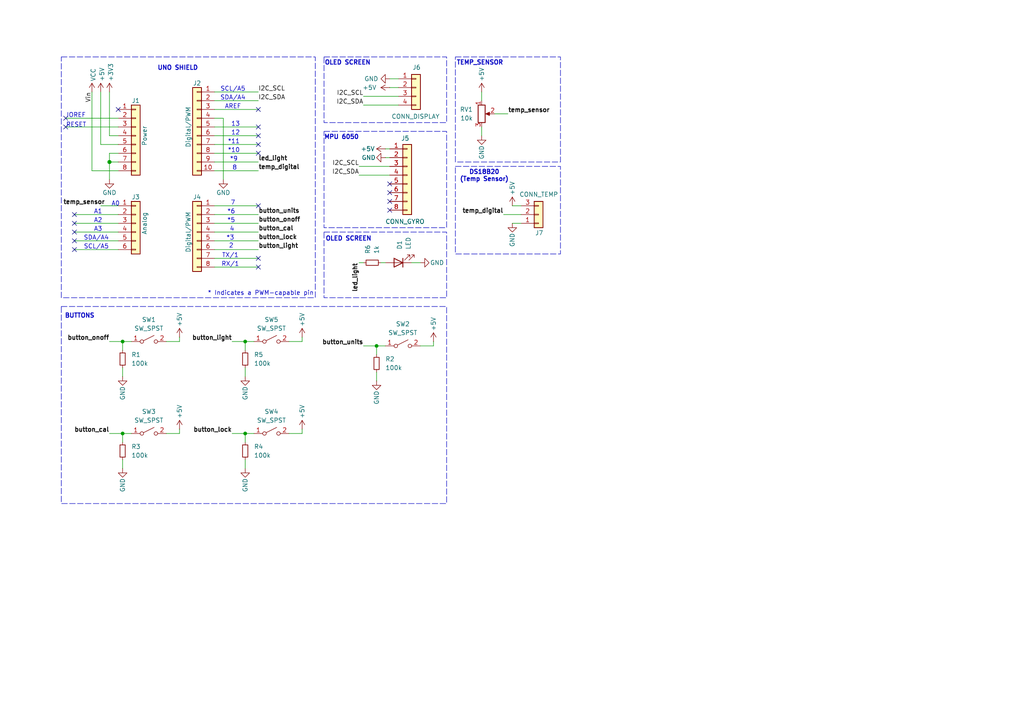
<source format=kicad_sch>
(kicad_sch (version 20231120) (generator "eeschema") (generator_version "8.0")
  (paper "A4")
  (title_block (title "Uno Shield ThermoPro") (date "2025-01-27") (rev "1.0") (company "Braidyn Sheffield"))
  (lib_symbols
    (symbol "+5V_1" (power) (pin_numbers hide) (pin_names (offset 0) hide)
      (property "Value" "+5V" (at 0 3.556 0))
      (symbol "+5V_1_0_1"
        (polyline (pts (xy -0.762 1.27) (xy 0 2.54)))
        (polyline (pts (xy 0 0) (xy 0 2.54)))
        (polyline (pts (xy 0 2.54) (xy 0.762 1.27)))
      )
      (symbol "+5V_1_1_1"
        (pin power_in line (at 0 0 90) (length 0) (name "~") (number "1"))
      )
    )
    (symbol "+5V_3" (power) (pin_numbers hide) (pin_names (offset 0) hide)
      (property "Value" "+5V" (at 0 3.556 0))
      (symbol "+5V_3_0_1"
        (polyline (pts (xy -0.762 1.27) (xy 0 2.54)))
        (polyline (pts (xy 0 0) (xy 0 2.54)))
        (polyline (pts (xy 0 2.54) (xy 0.762 1.27)))
      )
      (symbol "+5V_3_1_1"
        (pin power_in line (at 0 0 90) (length 0) (name "~") (number "1"))
      )
    )
    (symbol "Connector_Generic:Conn_01x03" (pin_names (offset 1.016) hide)
      (property "Reference" "J" (at 0 5.08 0))
      (property "Value" "Conn_01x03" (at 0 -5.08 0))
      (symbol "Conn_01x03_1_1"
        (rectangle (start -1.27 -2.413) (end 0 -2.667) (stroke (width 0.1524)))
        (rectangle (start -1.27 0.127) (end 0 -0.127) (stroke (width 0.1524)))
        (rectangle (start -1.27 2.667) (end 0 2.413) (stroke (width 0.1524)))
        (rectangle (start -1.27 3.81) (end 1.27 -3.81) (stroke (width 0.254)) (fill (type background)))
        (pin passive line (at -5.08 2.54 0) (length 3.81) (name "Pin_1") (number "1"))
        (pin passive line (at -5.08 0 0) (length 3.81) (name "Pin_2") (number "2"))
        (pin passive line (at -5.08 -2.54 0) (length 3.81) (name "Pin_3") (number "3"))
      )
    )
    (symbol "Connector_Generic:Conn_01x04" (pin_names (offset 1.016) hide)
      (property "Reference" "J" (at 0 5.08 0))
      (property "Value" "Conn_01x04" (at 0 -7.62 0))
      (symbol "Conn_01x04_1_1"
        (rectangle (start -1.27 -4.953) (end 0 -5.207) (stroke (width 0.1524)))
        (rectangle (start -1.27 -2.413) (end 0 -2.667) (stroke (width 0.1524)))
        (rectangle (start -1.27 0.127) (end 0 -0.127) (stroke (width 0.1524)))
        (rectangle (start -1.27 2.667) (end 0 2.413) (stroke (width 0.1524)))
        (rectangle (start -1.27 3.81) (end 1.27 -6.35) (stroke (width 0.254)) (fill (type background)))
        (pin passive line (at -5.08 2.54 0) (length 3.81) (name "Pin_1") (number "1"))
        (pin passive line (at -5.08 0 0) (length 3.81) (name "Pin_2") (number "2"))
        (pin passive line (at -5.08 -2.54 0) (length 3.81) (name "Pin_3") (number "3"))
        (pin passive line (at -5.08 -5.08 0) (length 3.81) (name "Pin_4") (number "4"))
      )
    )
    (symbol "Connector_Generic:Conn_01x06" (pin_names (offset 1.016) hide)
      (property "Reference" "J" (at 0 7.62 0))
      (property "Value" "Conn_01x06" (at 0 -10.16 0))
      (symbol "Conn_01x06_1_1"
        (rectangle (start -1.27 -7.493) (end 0 -7.747) (stroke (width 0.1524)))
        (rectangle (start -1.27 -4.953) (end 0 -5.207) (stroke (width 0.1524)))
        (rectangle (start -1.27 -2.413) (end 0 -2.667) (stroke (width 0.1524)))
        (rectangle (start -1.27 0.127) (end 0 -0.127) (stroke (width 0.1524)))
        (rectangle (start -1.27 2.667) (end 0 2.413) (stroke (width 0.1524)))
        (rectangle (start -1.27 5.207) (end 0 4.953) (stroke (width 0.1524)))
        (rectangle (start -1.27 6.35) (end 1.27 -8.89) (stroke (width 0.254)) (fill (type background)))
        (pin passive line (at -5.08 5.08 0) (length 3.81) (name "Pin_1") (number "1"))
        (pin passive line (at -5.08 2.54 0) (length 3.81) (name "Pin_2") (number "2"))
        (pin passive line (at -5.08 0 0) (length 3.81) (name "Pin_3") (number "3"))
        (pin passive line (at -5.08 -2.54 0) (length 3.81) (name "Pin_4") (number "4"))
        (pin passive line (at -5.08 -5.08 0) (length 3.81) (name "Pin_5") (number "5"))
        (pin passive line (at -5.08 -7.62 0) (length 3.81) (name "Pin_6") (number "6"))
      )
    )
    (symbol "Connector_Generic:Conn_01x08" (pin_names (offset 1.016) hide)
      (property "Reference" "J" (at 0 10.16 0))
      (property "Value" "Conn_01x08" (at 0 -12.7 0))
      (symbol "Conn_01x08_1_1"
        (rectangle (start -1.27 -10.033) (end 0 -10.287) (stroke (width 0.1524)))
        (rectangle (start -1.27 -7.493) (end 0 -7.747) (stroke (width 0.1524)))
        (rectangle (start -1.27 -4.953) (end 0 -5.207) (stroke (width 0.1524)))
        (rectangle (start -1.27 -2.413) (end 0 -2.667) (stroke (width 0.1524)))
        (rectangle (start -1.27 0.127) (end 0 -0.127) (stroke (width 0.1524)))
        (rectangle (start -1.27 2.667) (end 0 2.413) (stroke (width 0.1524)))
        (rectangle (start -1.27 5.207) (end 0 4.953) (stroke (width 0.1524)))
        (rectangle (start -1.27 7.747) (end 0 7.493) (stroke (width 0.1524)))
        (rectangle (start -1.27 8.89) (end 1.27 -11.43) (stroke (width 0.254)) (fill (type background)))
        (pin passive line (at -5.08 7.62 0) (length 3.81) (name "Pin_1") (number "1"))
        (pin passive line (at -5.08 5.08 0) (length 3.81) (name "Pin_2") (number "2"))
        (pin passive line (at -5.08 2.54 0) (length 3.81) (name "Pin_3") (number "3"))
        (pin passive line (at -5.08 0 0) (length 3.81) (name "Pin_4") (number "4"))
        (pin passive line (at -5.08 -2.54 0) (length 3.81) (name "Pin_5") (number "5"))
        (pin passive line (at -5.08 -5.08 0) (length 3.81) (name "Pin_6") (number "6"))
        (pin passive line (at -5.08 -7.62 0) (length 3.81) (name "Pin_7") (number "7"))
        (pin passive line (at -5.08 -10.16 0) (length 3.81) (name "Pin_8") (number "8"))
      )
    )
    (symbol "Connector_Generic:Conn_01x10" (pin_names (offset 1.016) hide)
      (property "Reference" "J" (at 0 12.7 0))
      (property "Value" "Conn_01x10" (at 0 -15.24 0))
      (symbol "Conn_01x10_1_1"
        (rectangle (start -1.27 -12.573) (end 0 -12.827) (stroke (width 0.1524)))
        (rectangle (start -1.27 -10.033) (end 0 -10.287) (stroke (width 0.1524)))
        (rectangle (start -1.27 -7.493) (end 0 -7.747) (stroke (width 0.1524)))
        (rectangle (start -1.27 -4.953) (end 0 -5.207) (stroke (width 0.1524)))
        (rectangle (start -1.27 -2.413) (end 0 -2.667) (stroke (width 0.1524)))
        (rectangle (start -1.27 0.127) (end 0 -0.127) (stroke (width 0.1524)))
        (rectangle (start -1.27 2.667) (end 0 2.413) (stroke (width 0.1524)))
        (rectangle (start -1.27 5.207) (end 0 4.953) (stroke (width 0.1524)))
        (rectangle (start -1.27 7.747) (end 0 7.493) (stroke (width 0.1524)))
        (rectangle (start -1.27 10.287) (end 0 10.033) (stroke (width 0.1524)))
        (rectangle (start -1.27 11.43) (end 1.27 -13.97) (stroke (width 0.254)) (fill (type background)))
        (pin passive line (at -5.08 10.16 0) (length 3.81) (name "Pin_1") (number "1"))
        (pin passive line (at -5.08 -12.7 0) (length 3.81) (name "Pin_10") (number "10"))
        (pin passive line (at -5.08 7.62 0) (length 3.81) (name "Pin_2") (number "2"))
        (pin passive line (at -5.08 5.08 0) (length 3.81) (name "Pin_3") (number "3"))
        (pin passive line (at -5.08 2.54 0) (length 3.81) (name "Pin_4") (number "4"))
        (pin passive line (at -5.08 0 0) (length 3.81) (name "Pin_5") (number "5"))
        (pin passive line (at -5.08 -2.54 0) (length 3.81) (name "Pin_6") (number "6"))
        (pin passive line (at -5.08 -5.08 0) (length 3.81) (name "Pin_7") (number "7"))
        (pin passive line (at -5.08 -7.62 0) (length 3.81) (name "Pin_8") (number "8"))
        (pin passive line (at -5.08 -10.16 0) (length 3.81) (name "Pin_9") (number "9"))
      )
    )
    (symbol "Device:LED" (pin_numbers hide) (pin_names (offset 1.016) hide)
      (property "Reference" "D" (at 0 2.54 0))
      (property "Value" "LED" (at 0 -2.54 0))
      (symbol "LED_0_1"
        (polyline (pts (xy -1.27 -1.27) (xy -1.27 1.27)) (stroke (width 0.254)))
        (polyline (pts (xy -1.27 0) (xy 1.27 0)))
        (polyline (pts (xy 1.27 -1.27) (xy 1.27 1.27) (xy -1.27 0) (xy 1.27 -1.27)) (stroke (width 0.254)))
        (polyline (pts (xy -3.048 -0.762) (xy -4.572 -2.286) (xy -3.81 -2.286) (xy -4.572 -2.286) (xy -4.572 -1.524)))
        (polyline (pts (xy -1.778 -0.762) (xy -3.302 -2.286) (xy -2.54 -2.286) (xy -3.302 -2.286) (xy -3.302 -1.524)))
      )
      (symbol "LED_1_1"
        (pin passive line (at -3.81 0 0) (length 2.54) (name "K") (number "1"))
        (pin passive line (at 3.81 0 180) (length 2.54) (name "A") (number "2"))
      )
    )
    (symbol "Device:R_Potentiometer" (pin_names (offset 1.016) hide)
      (property "Reference" "RV" (at -4.445 0 90))
      (property "Value" "R_Potentiometer" (at -2.54 0 90))
      (symbol "R_Potentiometer_0_1"
        (polyline (pts (xy 2.54 0) (xy 1.524 0)))
        (polyline (pts (xy 1.143 0) (xy 2.286 0.508) (xy 2.286 -0.508) (xy 1.143 0)) (fill (type outline)))
        (rectangle (start 1.016 2.54) (end -1.016 -2.54) (stroke (width 0.254)))
      )
      (symbol "R_Potentiometer_1_1"
        (pin passive line (at 0 3.81 270) (length 1.27) (name "1") (number "1"))
        (pin passive line (at 3.81 0 180) (length 1.27) (name "2") (number "2"))
        (pin passive line (at 0 -3.81 90) (length 1.27) (name "3") (number "3"))
      )
    )
    (symbol "Device:R_Small" (pin_numbers hide) (pin_names (offset 0.254) hide)
      (property "Reference" "R" (at 0.762 0.508 0))
      (property "Value" "R_Small" (at 0.762 -1.016 0))
      (symbol "R_Small_0_1"
        (rectangle (start -0.762 1.778) (end 0.762 -1.778) (stroke (width 0.2032)))
      )
      (symbol "R_Small_1_1"
        (pin passive line (at 0 2.54 270) (length 0.762) (name "~") (number "1"))
        (pin passive line (at 0 -2.54 90) (length 0.762) (name "~") (number "2"))
      )
    )
    (symbol "GND_1" (power) (pin_numbers hide) (pin_names (offset 0) hide)
      (property "Value" "GND" (at 0 -3.81 0))
      (symbol "GND_1_0_1"
        (polyline (pts (xy 0 0) (xy 0 -1.27) (xy 1.27 -1.27) (xy 0 -2.54) (xy -1.27 -1.27) (xy 0 -1.27)))
      )
      (symbol "GND_1_1_1"
        (pin power_in line (at 0 0 270) (length 0) (name "~") (number "1"))
      )
    )
    (symbol "Switch:SW_SPST" (pin_names (offset 0) hide)
      (property "Reference" "SW" (at 0 3.175 0))
      (property "Value" "SW_SPST" (at 0 -2.54 0))
      (symbol "SW_SPST_0_0"
        (circle (center -2.032 0) (radius 0.508))
        (polyline (pts (xy -1.524 0.254) (xy 1.524 1.778)))
        (circle (center 2.032 0) (radius 0.508))
      )
      (symbol "SW_SPST_1_1"
        (pin passive line (at -5.08 0 0) (length 2.54) (name "A") (number "1"))
        (pin passive line (at 5.08 0 180) (length 2.54) (name "B") (number "2"))
      )
    )
    (symbol "power:+3V3" (power) (pin_names (offset 0))
      (property "Value" "+3V3" (at 0 3.556 0))
      (symbol "+3V3_0_1"
        (polyline (pts (xy -0.762 1.27) (xy 0 2.54)))
        (polyline (pts (xy 0 0) (xy 0 2.54)))
        (polyline (pts (xy 0 2.54) (xy 0.762 1.27)))
      )
      (symbol "+3V3_1_1"
        (pin power_in line (at 0 0 90) (length 0) hide (name "+3V3") (number "1"))
      )
    )
    (symbol "power:+5V" (power) (pin_names (offset 0))
      (property "Value" "+5V" (at 0 3.556 0))
      (symbol "+5V_0_1"
        (polyline (pts (xy -0.762 1.27) (xy 0 2.54)))
        (polyline (pts (xy 0 0) (xy 0 2.54)))
        (polyline (pts (xy 0 2.54) (xy 0.762 1.27)))
      )
      (symbol "+5V_1_1"
        (pin power_in line (at 0 0 90) (length 0) hide (name "+5V") (number "1"))
      )
    )
    (symbol "power:GND" (power) (pin_names (offset 0))
      (property "Value" "GND" (at 0 -3.81 0))
      (symbol "GND_0_1"
        (polyline (pts (xy 0 0) (xy 0 -1.27) (xy 1.27 -1.27) (xy 0 -2.54) (xy -1.27 -1.27) (xy 0 -1.27)))
      )
      (symbol "GND_1_1"
        (pin power_in line (at 0 0 270) (length 0) hide (name "GND") (number "1"))
      )
    )
    (symbol "power:VCC" (power) (pin_names (offset 0))
      (property "Value" "VCC" (at 0 3.81 0))
      (symbol "VCC_0_1"
        (polyline (pts (xy -0.762 1.27) (xy 0 2.54)))
        (polyline (pts (xy 0 0) (xy 0 2.54)))
        (polyline (pts (xy 0 2.54) (xy 0.762 1.27)))
      )
      (symbol "VCC_1_1"
        (pin power_in line (at 0 0 90) (length 0) hide (name "VCC") (number "1"))
      )
    )
  )
  (junction (at 71.12 99.06))
  (junction (at 31.75 46.99) (diameter 1.016))
  (junction (at 109.22 100.33))
  (junction (at 35.56 125.73))
  (junction (at 71.12 125.73))
  (junction (at 35.56 99.06))
  (no_connect (at 74.93 44.45))
  (no_connect (at 19.05 36.83))
  (no_connect (at 113.03 55.88))
  (no_connect (at 74.93 59.69))
  (no_connect (at 74.93 74.93))
  (no_connect (at 113.03 58.42))
  (no_connect (at 21.59 64.77))
  (no_connect (at 74.93 39.37))
  (no_connect (at 74.93 77.47))
  (no_connect (at 113.03 60.96))
  (no_connect (at 74.93 41.91))
  (no_connect (at 21.59 72.39))
  (no_connect (at 21.59 62.23))
  (no_connect (at 19.05 34.29))
  (no_connect (at 113.03 53.34))
  (no_connect (at 74.93 36.83))
  (no_connect (at 34.29 31.75))
  (no_connect (at 74.93 31.75))
  (no_connect (at 21.59 69.85))
  (no_connect (at 21.59 67.31))
  (wire (pts (xy 62.23 77.47) (xy 74.93 77.47)))
  (wire (pts (xy 146.05 62.23) (xy 151.13 62.23)))
  (wire (pts (xy 139.7 26.67) (xy 139.7 29.21)))
  (wire (pts (xy 62.23 44.45) (xy 74.93 44.45)))
  (wire (pts (xy 62.23 26.67) (xy 74.93 26.67)))
  (wire (pts (xy 31.75 44.45) (xy 31.75 46.99)))
  (wire (pts (xy 21.59 72.39) (xy 34.29 72.39)))
  (wire (pts (xy 111.76 43.18) (xy 113.03 43.18)))
  (wire (pts (xy 71.12 101.6) (xy 71.12 99.06)))
  (wire (pts (xy 87.63 99.06) (xy 87.63 97.79)))
  (wire (pts (xy 31.75 46.99) (xy 31.75 52.07)))
  (wire (pts (xy 109.22 107.95) (xy 109.22 110.49)))
  (wire (pts (xy 31.75 39.37) (xy 34.29 39.37)))
  (wire (pts (xy 29.21 41.91) (xy 34.29 41.91)))
  (wire (pts (xy 71.12 106.68) (xy 71.12 109.22)))
  (wire (pts (xy 29.21 26.67) (xy 29.21 41.91)))
  (wire (pts (xy 62.23 36.83) (xy 74.93 36.83)))
  (wire (pts (xy 111.76 45.72) (xy 113.03 45.72)))
  (wire (pts (xy 31.75 26.67) (xy 31.75 39.37)))
  (wire (pts (xy 62.23 59.69) (xy 74.93 59.69)))
  (wire (pts (xy 104.14 50.8) (xy 113.03 50.8)))
  (wire (pts (xy 31.75 99.06) (xy 35.56 99.06)))
  (wire (pts (xy 34.29 59.69) (xy 29.21 59.69)))
  (wire (pts (xy 35.56 106.68) (xy 35.56 109.22)))
  (wire (pts (xy 62.23 39.37) (xy 74.93 39.37)))
  (wire (pts (xy 35.56 128.27) (xy 35.56 125.73)))
  (wire (pts (xy 62.23 62.23) (xy 74.93 62.23)))
  (wire (pts (xy 52.07 125.73) (xy 52.07 124.46)))
  (wire (pts (xy 110.49 76.2) (xy 111.76 76.2)))
  (wire (pts (xy 31.75 125.73) (xy 35.56 125.73)))
  (wire (pts (xy 35.56 99.06) (xy 38.1 99.06)))
  (wire (pts (xy 62.23 46.99) (xy 74.93 46.99)))
  (wire (pts (xy 113.03 25.4) (xy 115.57 25.4)))
  (wire (pts (xy 48.26 99.06) (xy 52.07 99.06)))
  (wire (pts (xy 62.23 67.31) (xy 74.93 67.31)))
  (wire (pts (xy 19.05 34.29) (xy 34.29 34.29)))
  (wire (pts (xy 105.41 100.33) (xy 109.22 100.33)))
  (wire (pts (xy 105.41 27.94) (xy 115.57 27.94)))
  (wire (pts (xy 119.38 76.2) (xy 121.92 76.2)))
  (wire (pts (xy 71.12 125.73) (xy 73.66 125.73)))
  (wire (pts (xy 71.12 99.06) (xy 73.66 99.06)))
  (wire (pts (xy 64.77 34.29) (xy 64.77 52.07)))
  (wire (pts (xy 35.56 133.35) (xy 35.56 135.89)))
  (wire (pts (xy 62.23 31.75) (xy 74.93 31.75)))
  (wire (pts (xy 87.63 125.73) (xy 87.63 124.46)))
  (wire (pts (xy 109.22 100.33) (xy 111.76 100.33)))
  (wire (pts (xy 71.12 128.27) (xy 71.12 125.73)))
  (wire (pts (xy 143.51 33.02) (xy 147.32 33.02)))
  (wire (pts (xy 34.29 64.77) (xy 21.59 64.77)))
  (wire (pts (xy 19.05 36.83) (xy 34.29 36.83)))
  (wire (pts (xy 35.56 101.6) (xy 35.56 99.06)))
  (wire (pts (xy 105.41 30.48) (xy 115.57 30.48)))
  (wire (pts (xy 104.14 48.26) (xy 113.03 48.26)))
  (wire (pts (xy 34.29 46.99) (xy 31.75 46.99)))
  (wire (pts (xy 125.73 100.33) (xy 125.73 99.06)))
  (wire (pts (xy 148.59 64.77) (xy 151.13 64.77)))
  (wire (pts (xy 67.31 99.06) (xy 71.12 99.06)))
  (wire (pts (xy 139.7 36.83) (xy 139.7 39.37)))
  (wire (pts (xy 34.29 49.53) (xy 26.67 49.53)))
  (wire (pts (xy 21.59 62.23) (xy 34.29 62.23)))
  (wire (pts (xy 83.82 125.73) (xy 87.63 125.73)))
  (wire (pts (xy 104.14 76.2) (xy 105.41 76.2)))
  (wire (pts (xy 148.59 59.69) (xy 151.13 59.69)))
  (wire (pts (xy 71.12 133.35) (xy 71.12 135.89)))
  (wire (pts (xy 62.23 34.29) (xy 64.77 34.29)))
  (wire (pts (xy 34.29 44.45) (xy 31.75 44.45)))
  (wire (pts (xy 52.07 99.06) (xy 52.07 97.79)))
  (wire (pts (xy 62.23 41.91) (xy 74.93 41.91)))
  (wire (pts (xy 48.26 125.73) (xy 52.07 125.73)))
  (wire (pts (xy 62.23 64.77) (xy 74.93 64.77)))
  (wire (pts (xy 21.59 67.31) (xy 34.29 67.31)))
  (wire (pts (xy 67.31 125.73) (xy 71.12 125.73)))
  (wire (pts (xy 62.23 29.21) (xy 74.93 29.21)))
  (wire (pts (xy 62.23 72.39) (xy 74.93 72.39)))
  (wire (pts (xy 109.22 102.87) (xy 109.22 100.33)))
  (wire (pts (xy 113.03 22.86) (xy 115.57 22.86)))
  (wire (pts (xy 62.23 69.85) (xy 74.93 69.85)))
  (wire (pts (xy 35.56 125.73) (xy 38.1 125.73)))
  (wire (pts (xy 62.23 74.93) (xy 74.93 74.93)))
  (wire (pts (xy 26.67 49.53) (xy 26.67 26.67)))
  (wire (pts (xy 34.29 69.85) (xy 21.59 69.85)))
  (wire (pts (xy 83.82 99.06) (xy 87.63 99.06)))
  (wire (pts (xy 62.23 49.53) (xy 74.93 49.53)))
  (wire (pts (xy 121.92 100.33) (xy 125.73 100.33)))
  (rectangle (start 132.08 16.51) (end 162.56 46.99) (stroke (width 0) (type dash)))
  (rectangle (start 93.98 67.31) (end 129.54 86.36) (stroke (width 0) (type dash)))
  (rectangle (start 93.98 38.1) (end 129.54 66.04) (stroke (width 0) (type dash)))
  (rectangle (start 93.98 16.51) (end 129.54 35.56) (stroke (width 0) (type dash)))
  (rectangle (start 17.78 88.9) (end 129.54 146.05) (stroke (width 0) (type dash)))
  (rectangle (start 17.78 16.51) (end 91.44 86.36) (stroke (width 0) (type dash)))
  (rectangle (start 132.08 48.26) (end 162.56 73.66) (stroke (width 0) (type dash)))
  (text "SDA/A4" (at 67.564 28.448 0) (effects (font (size 1.27 1.27))))
  (text "*9" (at 67.818 46.228 0) (effects (font (size 1.27 1.27))))
  (text "2" (at 67.056 71.374 0) (effects (font (size 1.27 1.27))))
  (text "MPU 6050" (at 99.06 39.878 0) (effects (font (size 1.27 1.27) (thickness 0.254) (bold yes))))
  (text "SCL/A5" (at 67.564 25.908 0) (effects (font (size 1.27 1.27))))
  (text "A1" (at 28.448 61.468 0) (effects (font (size 1.27 1.27))))
  (text "A3\n" (at 28.448 66.548 0) (effects (font (size 1.27 1.27))))
  (text "DS18B20\n(Temp Sensor)" (at 140.462 51.054 0) (effects (font (size 1.27 1.27) (thickness 0.254) (bold yes))))
  (text "7" (at 67.564 58.928 0) (effects (font (size 1.27 1.27))))
  (text "*11" (at 67.818 41.148 0) (effects (font (size 1.27 1.27))))
  (text "SDA/A4\n" (at 27.94 69.088 0) (effects (font (size 1.27 1.27))))
  (text "TX/1" (at 66.802 74.168 0) (effects (font (size 1.27 1.27))))
  (text "13" (at 68.326 36.068 0) (effects (font (size 1.27 1.27))))
  (text "*5" (at 67.056 64.008 0) (effects (font (size 1.27 1.27))))
  (text "*10" (at 67.818 43.688 0) (effects (font (size 1.27 1.27))))
  (text "SCL/A5\n" (at 27.94 71.628 0) (effects (font (size 1.27 1.27))))
  (text "*6" (at 67.056 61.468 0) (effects (font (size 1.27 1.27))))
  (text "AREF" (at 67.564 30.988 0) (effects (font (size 1.27 1.27))))
  (text "BUTTONS\n" (at 23.114 91.694 0) (effects (font (size 1.27 1.27) (thickness 0.254) (bold yes))))
  (text "4" (at 67.31 66.548 0) (effects (font (size 1.27 1.27))))
  (text "12" (at 68.326 38.608 0) (effects (font (size 1.27 1.27))))
  (text "UNO SHIELD" (at 51.562 19.812 0) (effects (font (size 1.27 1.27) (thickness 0.254) (bold yes))))
  (text "RESET\n" (at 22.098 36.322 0) (effects (font (size 1.27 1.27))))
  (text "* Indicates a PWM-capable pin" (at 60.198 85.852 0) (effects (font (size 1.27 1.27)) (justify left bottom)))
  (text "RX/1" (at 66.802 76.708 0) (effects (font (size 1.27 1.27))))
  (text "OLED SCREEN" (at 100.838 18.288 0) (effects (font (size 1.27 1.27) (thickness 0.254) (bold yes))))
  (text "IOREF" (at 22.098 33.528 0) (effects (font (size 1.27 1.27))))
  (text "A2\n" (at 28.448 64.008 0) (effects (font (size 1.27 1.27))))
  (text "OLED SCREEN" (at 101.092 69.342 0) (effects (font (size 1.27 1.27) (thickness 0.254) (bold yes))))
  (text "*3" (at 66.802 69.088 0) (effects (font (size 1.27 1.27))))
  (text "TEMP_SENSOR\n" (at 139.192 18.288 0) (effects (font (size 1.27 1.27) (thickness 0.254) (bold yes))))
  (text "A0" (at 33.528 59.182 0) (effects (font (size 1.27 1.27))))
  (text "8" (at 68.072 48.768 0) (effects (font (size 1.27 1.27))))
  (label "I2C_SCL" (at 105.41 27.94 180))
  (label "button_light" (at 74.93 72.39 0) (effects (font (thickness 0.254) (bold yes))))
  (label "button_lock" (at 74.93 69.85 0) (effects (font (thickness 0.254) (bold yes))))
  (label "button_onoff" (at 74.93 64.77 0) (effects (font (thickness 0.254) (bold yes))))
  (label "button_units" (at 74.93 62.23 0) (effects (font (thickness 0.254) (bold yes))))
  (label "button_cal" (at 74.93 67.31 0) (effects (font (thickness 0.254) (bold yes))))
  (label "I2C_SCL" (at 104.14 48.26 180))
  (label "button_light" (at 67.31 99.06 180) (effects (font (thickness 0.254) (bold yes))))
  (label "I2C_SCL" (at 74.93 26.67 0))
  (label "I2C_SDA" (at 104.14 50.8 180))
  (label "button_lock" (at 67.31 125.73 180) (effects (font (thickness 0.254) (bold yes))))
  (label "temp_sensor" (at 147.32 33.02 0) (effects (font (thickness 0.254) (bold yes))))
  (label "led_light" (at 104.14 76.2 270) (effects (font (thickness 0.254) (bold yes))))
  (label "button_units" (at 105.41 100.33 180) (effects (font (thickness 0.254) (bold yes))))
  (label "I2C_SDA" (at 74.93 29.21 0))
  (label "temp_digital" (at 74.93 49.53 0) (effects (font (thickness 0.254) (bold yes))))
  (label "Vin" (at 26.67 26.67 270))
  (label "I2C_SDA" (at 105.41 30.48 180))
  (label "temp_sensor" (at 30.48 59.69 180) (effects (font (thickness 0.254) (bold yes))))
  (label "temp_digital" (at 146.05 62.23 180) (effects (font (thickness 0.254) (bold yes))))
  (label "button_onoff" (at 31.75 99.06 180) (effects (font (thickness 0.254) (bold yes))))
  (label "button_cal" (at 31.75 125.73 180) (effects (font (thickness 0.254) (bold yes))))
  (label "led_light" (at 74.93 46.99 0) (effects (font (thickness 0.254) (bold yes))))
  (symbol (lib_id "Connector_Generic:Conn_01x08") (at 39.37 39.37 0) (unit 1)
    (property "Reference" "J1" (at 39.37 29.21 0))
    (property "Value" "Power" (at 41.91 39.37 90))
    (property "Footprint" "Connector_PinSocket_2.54mm:PinSocket_1x08_P2.54mm_Vertical" (effects (hide yes)))
  )
  (symbol (lib_id "power:+3V3") (at 31.75 26.67 0) (unit 1)
    (property "Reference" "#PWR03" (effects (hide yes)))
    (property "Value" "+3V3" (at 32.131 23.622 90) (effects (justify left)))
  )
  (symbol (lib_id "power:+5V") (at 29.21 26.67 0) (unit 1)
    (property "Reference" "#PWR02" (effects (hide yes)))
    (property "Value" "+5V" (at 29.5656 23.622 90) (effects (justify left)))
  )
  (symbol (lib_id "power:GND") (at 31.75 52.07 0) (unit 1)
    (property "Reference" "#PWR04" (effects (hide yes)))
    (property "Value" "GND" (at 31.75 55.88 0))
  )
  (symbol (lib_id "Connector_Generic:Conn_01x10") (at 57.15 36.83 0) (mirror y) (unit 1)
    (property "Reference" "J2" (at 57.15 24.13 0))
    (property "Value" "Digital/PWM" (at 54.61 36.83 90))
    (property "Footprint" "Connector_PinSocket_2.54mm:PinSocket_1x10_P2.54mm_Vertical" (effects (hide yes)))
  )
  (symbol (lib_id "power:GND") (at 64.77 52.07 0) (unit 1)
    (property "Reference" "#PWR05" (effects (hide yes)))
    (property "Value" "GND" (at 64.77 55.88 0))
  )
  (symbol (lib_id "Connector_Generic:Conn_01x06") (at 39.37 64.77 0) (unit 1)
    (property "Reference" "J3" (at 39.37 57.15 0))
    (property "Value" "Analog" (at 41.91 64.77 90))
    (property "Footprint" "Connector_PinSocket_2.54mm:PinSocket_1x06_P2.54mm_Vertical" (effects (hide yes)))
  )
  (symbol (lib_id "Connector_Generic:Conn_01x08") (at 57.15 67.31 0) (mirror y) (unit 1)
    (property "Reference" "J4" (at 57.15 57.15 0))
    (property "Value" "Digital/PWM" (at 54.61 67.31 90))
    (property "Footprint" "Connector_PinSocket_2.54mm:PinSocket_1x08_P2.54mm_Vertical" (effects (hide yes)))
  )
  (symbol (lib_name "GND_1") (lib_id "power:GND") (at 109.22 110.49 0) (unit 1)
    (property "Reference" "#PWR012" (effects (hide yes)))
    (property "Value" "GND" (at 109.22 113.284 90) (effects (justify right)))
    (property "Description" "Power symbol creates a global label with name \"GND\" , ground" (effects (hide yes)))
  )
  (symbol (lib_id "Connector_Generic:Conn_01x03") (at 156.21 62.23 0) (mirror x) (unit 1)
    (property "Reference" "J7" (at 155.194 67.564 0) (effects (justify left)))
    (property "Value" "CONN_TEMP" (at 150.622 56.388 0) (effects (justify left)))
    (property "Footprint" "Connector_JST:JST_XH_B3B-XH-A_1x03_P2.50mm_Vertical" (effects (hide yes)))
    (property "Description" "Generic connector, single row, 01x03, script generated (kicad-library-utils/schlib/autogen/connector/)" (effects (hide yes)))
  )
  (symbol (lib_name "+5V_1") (lib_id "power:+5V") (at 87.63 97.79 0) (unit 1)
    (property "Reference" "#PWR019" (effects (hide yes)))
    (property "Value" "+5V" (at 87.63 94.742 90) (effects (justify left)))
    (property "Description" "Power symbol creates a global label with name \"+5V\"" (effects (hide yes)))
  )
  (symbol (lib_id "Connector_Generic:Conn_01x08") (at 118.11 50.8 0) (unit 1)
    (property "Reference" "J5" (at 116.332 40.132 0) (effects (justify left)))
    (property "Value" "CONN_GYRO" (at 111.76 64.262 0) (effects (justify left)))
    (property "Footprint" "Connector_PinSocket_2.54mm:PinSocket_1x08_P2.54mm_Vertical" (effects (hide yes)))
    (property "Description" "Generic connector, single row, 01x08, script generated (kicad-library-utils/schlib/autogen/connector/)" (effects (hide yes)))
  )
  (symbol (lib_id "Device:R_Small") (at 107.95 76.2 90) (unit 1)
    (property "Reference" "R6" (at 106.6799 73.66 0) (effects (justify left)))
    (property "Value" "1k" (at 109.2199 73.66 0) (effects (justify left)))
    (property "Footprint" "Resistor_THT:R_Axial_DIN0207_L6.3mm_D2.5mm_P10.16mm_Horizontal" (effects (hide yes)))
    (property "Description" "Resistor, small symbol" (effects (hide yes)))
  )
  (symbol (lib_id "Device:LED") (at 115.57 76.2 180) (unit 1)
    (property "Reference" "D1" (at 115.8874 72.39 90) (effects (justify right)))
    (property "Value" "LED" (at 118.4274 72.39 90) (effects (justify right)))
    (property "Footprint" "LED_THT:LED_D5.0mm" (effects (hide yes)))
    (property "Description" "Light emitting diode" (effects (hide yes)))
  )
  (symbol (lib_id "power:GND") (at 113.03 22.86 270) (unit 1)
    (property "Reference" "#PWR08" (effects (hide yes)))
    (property "Value" "GND" (at 107.696 22.86 90))
  )
  (symbol (lib_name "GND_1") (lib_id "power:GND") (at 35.56 135.89 0) (unit 1)
    (property "Reference" "#PWR014" (effects (hide yes)))
    (property "Value" "GND" (at 35.56 138.684 90) (effects (justify right)))
    (property "Description" "Power symbol creates a global label with name \"GND\" , ground" (effects (hide yes)))
  )
  (symbol (lib_name "GND_1") (lib_id "power:GND") (at 71.12 109.22 0) (unit 1)
    (property "Reference" "#PWR018" (effects (hide yes)))
    (property "Value" "GND" (at 71.12 112.014 90) (effects (justify right)))
    (property "Description" "Power symbol creates a global label with name \"GND\" , ground" (effects (hide yes)))
  )
  (symbol (lib_name "GND_1") (lib_id "power:GND") (at 71.12 135.89 0) (unit 1)
    (property "Reference" "#PWR016" (effects (hide yes)))
    (property "Value" "GND" (at 71.12 138.684 90) (effects (justify right)))
    (property "Description" "Power symbol creates a global label with name \"GND\" , ground" (effects (hide yes)))
  )
  (symbol (lib_id "Switch:SW_SPST") (at 78.74 125.73 0) (unit 1)
    (property "Reference" "SW4" (at 78.74 119.38 0))
    (property "Value" "SW_SPST" (at 78.74 121.92 0))
    (property "Footprint" "Button_Switch_THT:SW_PUSH_6mm" (effects (hide yes)))
    (property "Description" "Single Pole Single Throw (SPST) switch" (effects (hide yes)))
  )
  (symbol (lib_name "+5V_1") (lib_id "power:+5V") (at 111.76 43.18 90) (unit 1)
    (property "Reference" "#PWR07" (effects (hide yes)))
    (property "Value" "+5V" (at 108.712 43.18 90) (effects (justify left)))
    (property "Description" "Power symbol creates a global label with name \"+5V\"" (effects (hide yes)))
  )
  (symbol (lib_id "Device:R_Small") (at 71.12 104.14 0) (unit 1)
    (property "Reference" "R5" (at 73.66 102.8699 0) (effects (justify left)))
    (property "Value" "100k" (at 73.66 105.4099 0) (effects (justify left)))
    (property "Footprint" "Resistor_THT:R_Axial_DIN0207_L6.3mm_D2.5mm_P10.16mm_Horizontal" (effects (hide yes)))
    (property "Description" "Resistor, small symbol" (effects (hide yes)))
  )
  (symbol (lib_name "+5V_1") (lib_id "power:+5V") (at 139.7 26.67 0) (unit 1)
    (property "Reference" "#PWR021" (effects (hide yes)))
    (property "Value" "+5V" (at 139.7 23.622 90) (effects (justify left)))
    (property "Description" "Power symbol creates a global label with name \"+5V\"" (effects (hide yes)))
  )
  (symbol (lib_name "+5V_1") (lib_id "power:+5V") (at 52.07 124.46 0) (unit 1)
    (property "Reference" "#PWR015" (effects (hide yes)))
    (property "Value" "+5V" (at 52.07 121.412 90) (effects (justify left)))
    (property "Description" "Power symbol creates a global label with name \"+5V\"" (effects (hide yes)))
  )
  (symbol (lib_id "power:VCC") (at 26.67 26.67 0) (unit 1)
    (property "Reference" "#PWR01" (effects (hide yes)))
    (property "Value" "VCC" (at 27.051 23.622 90) (effects (justify left)))
  )
  (symbol (lib_id "Switch:SW_SPST") (at 43.18 125.73 0) (unit 1)
    (property "Reference" "SW3" (at 43.18 119.38 0))
    (property "Value" "SW_SPST" (at 43.18 121.92 0))
    (property "Footprint" "Button_Switch_THT:SW_PUSH_6mm" (effects (hide yes)))
    (property "Description" "Single Pole Single Throw (SPST) switch" (effects (hide yes)))
  )
  (symbol (lib_name "+5V_1") (lib_id "power:+5V") (at 148.59 59.69 0) (unit 1)
    (property "Reference" "#PWR023" (effects (hide yes)))
    (property "Value" "+5V" (at 148.59 56.642 90) (effects (justify left)))
    (property "Description" "Power symbol creates a global label with name \"+5V\"" (effects (hide yes)))
  )
  (symbol (lib_name "+5V_1") (lib_id "power:+5V") (at 52.07 97.79 0) (unit 1)
    (property "Reference" "#PWR011" (effects (hide yes)))
    (property "Value" "+5V" (at 52.07 94.742 90) (effects (justify left)))
    (property "Description" "Power symbol creates a global label with name \"+5V\"" (effects (hide yes)))
  )
  (symbol (lib_name "GND_1") (lib_id "power:GND") (at 139.7 39.37 0) (unit 1)
    (property "Reference" "#PWR022" (effects (hide yes)))
    (property "Value" "GND" (at 139.7 42.164 90) (effects (justify right)))
    (property "Description" "Power symbol creates a global label with name \"GND\" , ground" (effects (hide yes)))
  )
  (symbol (lib_id "Switch:SW_SPST") (at 116.84 100.33 0) (unit 1)
    (property "Reference" "SW2" (at 116.84 93.98 0))
    (property "Value" "SW_SPST" (at 116.84 96.52 0))
    (property "Footprint" "Button_Switch_THT:SW_PUSH_6mm" (effects (hide yes)))
    (property "Description" "Single Pole Single Throw (SPST) switch" (effects (hide yes)))
  )
  (symbol (lib_id "Device:R_Small") (at 109.22 105.41 0) (unit 1)
    (property "Reference" "R2" (at 111.76 104.1399 0) (effects (justify left)))
    (property "Value" "100k" (at 111.76 106.6799 0) (effects (justify left)))
    (property "Footprint" "Resistor_THT:R_Axial_DIN0207_L6.3mm_D2.5mm_P10.16mm_Horizontal" (effects (hide yes)))
    (property "Description" "Resistor, small symbol" (effects (hide yes)))
  )
  (symbol (lib_id "Device:R_Small") (at 71.12 130.81 0) (unit 1)
    (property "Reference" "R4" (at 73.66 129.5399 0) (effects (justify left)))
    (property "Value" "100k" (at 73.66 132.0799 0) (effects (justify left)))
    (property "Footprint" "Resistor_THT:R_Axial_DIN0207_L6.3mm_D2.5mm_P10.16mm_Horizontal" (effects (hide yes)))
    (property "Description" "Resistor, small symbol" (effects (hide yes)))
  )
  (symbol (lib_id "Connector_Generic:Conn_01x04") (at 120.65 25.4 0) (unit 1)
    (property "Reference" "J6" (at 119.634 19.558 0) (effects (justify left)))
    (property "Value" "CONN_DISPLAY" (at 113.538 33.782 0) (effects (justify left)))
    (property "Footprint" "Connector_PinSocket_2.54mm:PinSocket_1x04_P2.54mm_Vertical" (effects (hide yes)))
    (property "Description" "Generic connector, single row, 01x04, script generated (kicad-library-utils/schlib/autogen/connector/)" (effects (hide yes)))
  )
  (symbol (lib_name "GND_1") (lib_id "power:GND") (at 111.76 45.72 270) (unit 1)
    (property "Reference" "#PWR06" (effects (hide yes)))
    (property "Value" "GND" (at 108.966 45.72 90) (effects (justify right)))
    (property "Description" "Power symbol creates a global label with name \"GND\" , ground" (effects (hide yes)))
  )
  (symbol (lib_name "+5V_1") (lib_id "power:+5V") (at 125.73 99.06 0) (unit 1)
    (property "Reference" "#PWR013" (effects (hide yes)))
    (property "Value" "+5V" (at 125.73 96.012 90) (effects (justify left)))
    (property "Description" "Power symbol creates a global label with name \"+5V\"" (effects (hide yes)))
  )
  (symbol (lib_id "Switch:SW_SPST") (at 43.18 99.06 0) (unit 1)
    (property "Reference" "SW1" (at 43.18 92.71 0))
    (property "Value" "SW_SPST" (at 43.18 95.25 0))
    (property "Footprint" "Button_Switch_THT:SW_PUSH_6mm" (effects (hide yes)))
    (property "Description" "Single Pole Single Throw (SPST) switch" (effects (hide yes)))
  )
  (symbol (lib_name "GND_1") (lib_id "power:GND") (at 148.59 64.77 0) (unit 1)
    (property "Reference" "#PWR024" (effects (hide yes)))
    (property "Value" "GND" (at 148.59 67.564 90) (effects (justify right)))
    (property "Description" "Power symbol creates a global label with name \"GND\" , ground" (effects (hide yes)))
  )
  (symbol (lib_id "Device:R_Potentiometer") (at 139.7 33.02 0) (unit 1)
    (property "Reference" "RV1" (at 137.16 31.7499 0) (effects (justify right)))
    (property "Value" "10k" (at 137.16 34.2899 0) (effects (justify right)))
    (property "Footprint" "Potentiometer_THT:Potentiometer_Bourns_3386P_Vertical" (effects (hide yes)))
    (property "Description" "Potentiometer" (effects (hide yes)))
  )
  (symbol (lib_name "+5V_3") (lib_id "power:+5V") (at 113.03 25.4 90) (unit 1)
    (property "Reference" "#PWR010" (effects (hide yes)))
    (property "Value" "+5V" (at 109.22 25.3999 90) (effects (justify left)))
    (property "Description" "Power symbol creates a global label with name \"+5V\"" (effects (hide yes)))
  )
  (symbol (lib_id "Switch:SW_SPST") (at 78.74 99.06 0) (unit 1)
    (property "Reference" "SW5" (at 78.74 92.71 0))
    (property "Value" "SW_SPST" (at 78.74 95.25 0))
    (property "Footprint" "Button_Switch_THT:SW_PUSH_6mm" (effects (hide yes)))
    (property "Description" "Single Pole Single Throw (SPST) switch" (effects (hide yes)))
  )
  (symbol (lib_name "GND_1") (lib_id "power:GND") (at 35.56 109.22 0) (unit 1)
    (property "Reference" "#PWR09" (effects (hide yes)))
    (property "Value" "GND" (at 35.56 112.014 90) (effects (justify right)))
    (property "Description" "Power symbol creates a global label with name \"GND\" , ground" (effects (hide yes)))
  )
  (symbol (lib_id "Device:R_Small") (at 35.56 130.81 0) (unit 1)
    (property "Reference" "R3" (at 38.1 129.5399 0) (effects (justify left)))
    (property "Value" "100k" (at 38.1 132.0799 0) (effects (justify left)))
    (property "Footprint" "Resistor_THT:R_Axial_DIN0207_L6.3mm_D2.5mm_P10.16mm_Horizontal" (effects (hide yes)))
    (property "Description" "Resistor, small symbol" (effects (hide yes)))
  )
  (symbol (lib_name "GND_1") (lib_id "power:GND") (at 121.92 76.2 90) (unit 1)
    (property "Reference" "#PWR020" (effects (hide yes)))
    (property "Value" "GND" (at 124.714 76.2 90) (effects (justify right)))
    (property "Description" "Power symbol creates a global label with name \"GND\" , ground" (effects (hide yes)))
  )
  (symbol (lib_id "Device:R_Small") (at 35.56 104.14 0) (unit 1)
    (property "Reference" "R1" (at 38.1 102.8699 0) (effects (justify left)))
    (property "Value" "100k" (at 38.1 105.4099 0) (effects (justify left)))
    (property "Footprint" "Resistor_THT:R_Axial_DIN0207_L6.3mm_D2.5mm_P10.16mm_Horizontal" (effects (hide yes)))
    (property "Description" "Resistor, small symbol" (effects (hide yes)))
  )
  (symbol (lib_name "+5V_1") (lib_id "power:+5V") (at 87.63 124.46 0) (unit 1)
    (property "Reference" "#PWR017" (effects (hide yes)))
    (property "Value" "+5V" (at 87.63 121.412 90) (effects (justify left)))
    (property "Description" "Power symbol creates a global label with name \"+5V\"" (effects (hide yes)))
  )
)
</source>
